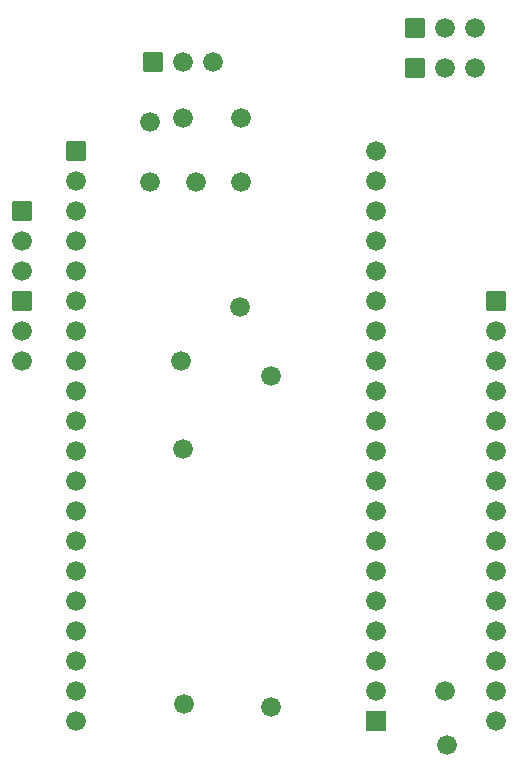
<source format=gts>
G04 Layer: TopSolderMaskLayer*
G04 EasyEDA v6.5.40, 2025-04-08 18:07:50*
G04 818aaf958c86489cb54930f66178348c,9a3801b0f1a945d2957c124233de6e5e,10*
G04 Gerber Generator version 0.2*
G04 Scale: 100 percent, Rotated: No, Reflected: No *
G04 Dimensions in millimeters *
G04 leading zeros omitted , absolute positions ,4 integer and 5 decimal *
%FSLAX45Y45*%
%MOMM*%

%AMMACRO1*1,1,$1,$2,$3*1,1,$1,$4,$5*1,1,$1,0-$2,0-$3*1,1,$1,0-$4,0-$5*20,1,$1,$2,$3,$4,$5,0*20,1,$1,$4,$5,0-$2,0-$3,0*20,1,$1,0-$2,0-$3,0-$4,0-$5,0*20,1,$1,0-$4,0-$5,$2,$3,0*4,1,4,$2,$3,$4,$5,0-$2,0-$3,0-$4,0-$5,$2,$3,0*%
%ADD10C,1.6764*%
%ADD11MACRO1,0.1016X0.7874X0.7874X0.7874X-0.7874*%
%ADD12MACRO1,0.1016X-0.7874X0.7874X0.7874X0.7874*%
%ADD13R,1.6764X1.6764*%

%LPD*%
D10*
G01*
X939800Y2400300D03*
G01*
X939800Y2654300D03*
D11*
G01*
X939800Y2908300D03*
D10*
G01*
X2552700Y4927600D03*
G01*
X2298700Y4927600D03*
D12*
G01*
X2044700Y4927600D03*
D10*
G01*
X4775200Y5219700D03*
G01*
X4521200Y5219700D03*
D12*
G01*
X4267200Y5219700D03*
D10*
G01*
X4775200Y4876800D03*
G01*
X4521200Y4876800D03*
D12*
G01*
X4267200Y4876800D03*
D10*
G01*
X3937000Y4178300D03*
G01*
X3937000Y3924300D03*
G01*
X3937000Y3670300D03*
G01*
X3937000Y3416300D03*
G01*
X3937000Y3162300D03*
G01*
X3937000Y2908300D03*
G01*
X3937000Y2654300D03*
G01*
X3937000Y2400300D03*
G01*
X3937000Y2146300D03*
G01*
X3937000Y1892300D03*
G01*
X3937000Y1638300D03*
G01*
X3937000Y1384300D03*
G01*
X3937000Y1130300D03*
G01*
X3937000Y876300D03*
G01*
X3937000Y622300D03*
G01*
X3937000Y368300D03*
G01*
X3937000Y114300D03*
G01*
X3937000Y-139700D03*
G01*
X3937000Y-393700D03*
D13*
G01*
X3937000Y-647700D03*
D10*
G01*
X1397000Y-647700D03*
G01*
X1397000Y-393700D03*
G01*
X1397000Y-139700D03*
G01*
X1397000Y114300D03*
G01*
X1397000Y368300D03*
G01*
X1397000Y622300D03*
G01*
X1397000Y876300D03*
G01*
X1397000Y1130300D03*
G01*
X1397000Y1384300D03*
G01*
X1397000Y1638300D03*
G01*
X1397000Y1892300D03*
G01*
X1397000Y2146300D03*
G01*
X1397000Y2400300D03*
G01*
X1397000Y2654300D03*
G01*
X1397000Y2908300D03*
G01*
X1397000Y3162300D03*
G01*
X1397000Y3416300D03*
G01*
X1397000Y3670300D03*
G01*
X1397000Y3924300D03*
D11*
G01*
X1397000Y4178300D03*
D10*
G01*
X939800Y3162300D03*
G01*
X939800Y3416300D03*
D11*
G01*
X939800Y3670300D03*
D10*
G01*
X4953000Y-647700D03*
G01*
X4953000Y-393700D03*
G01*
X4953000Y-139700D03*
G01*
X4953000Y114300D03*
G01*
X4953000Y368300D03*
G01*
X4953000Y622300D03*
G01*
X4953000Y876300D03*
G01*
X4953000Y1130300D03*
G01*
X4953000Y1384300D03*
G01*
X4953000Y1638300D03*
G01*
X4953000Y1892300D03*
G01*
X4953000Y2146300D03*
G01*
X4953000Y2400300D03*
G01*
X4953000Y2654300D03*
D11*
G01*
X4953000Y2908300D03*
D10*
G01*
X2311400Y-508000D03*
G01*
X3048000Y-533400D03*
G01*
X2286000Y2400300D03*
G01*
X2781300Y2857500D03*
G01*
X2298700Y1651000D03*
G01*
X3048000Y2273300D03*
G01*
X2413000Y3911600D03*
G01*
X2794000Y3911600D03*
G01*
X2298700Y4457700D03*
G01*
X2794000Y4457700D03*
G01*
X2019300Y3911600D03*
G01*
X2019300Y4419600D03*
G01*
X4521200Y-393700D03*
G01*
X4533900Y-850900D03*
M02*

</source>
